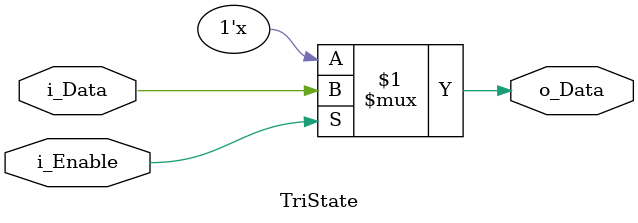
<source format=v>
`timescale 1ns / 1ps


module TriState(
    input wire i_Data,
    input wire i_Enable,
    output wire o_Data
);
    assign o_Data = i_Enable ? i_Data : 1'bz;
endmodule

</source>
